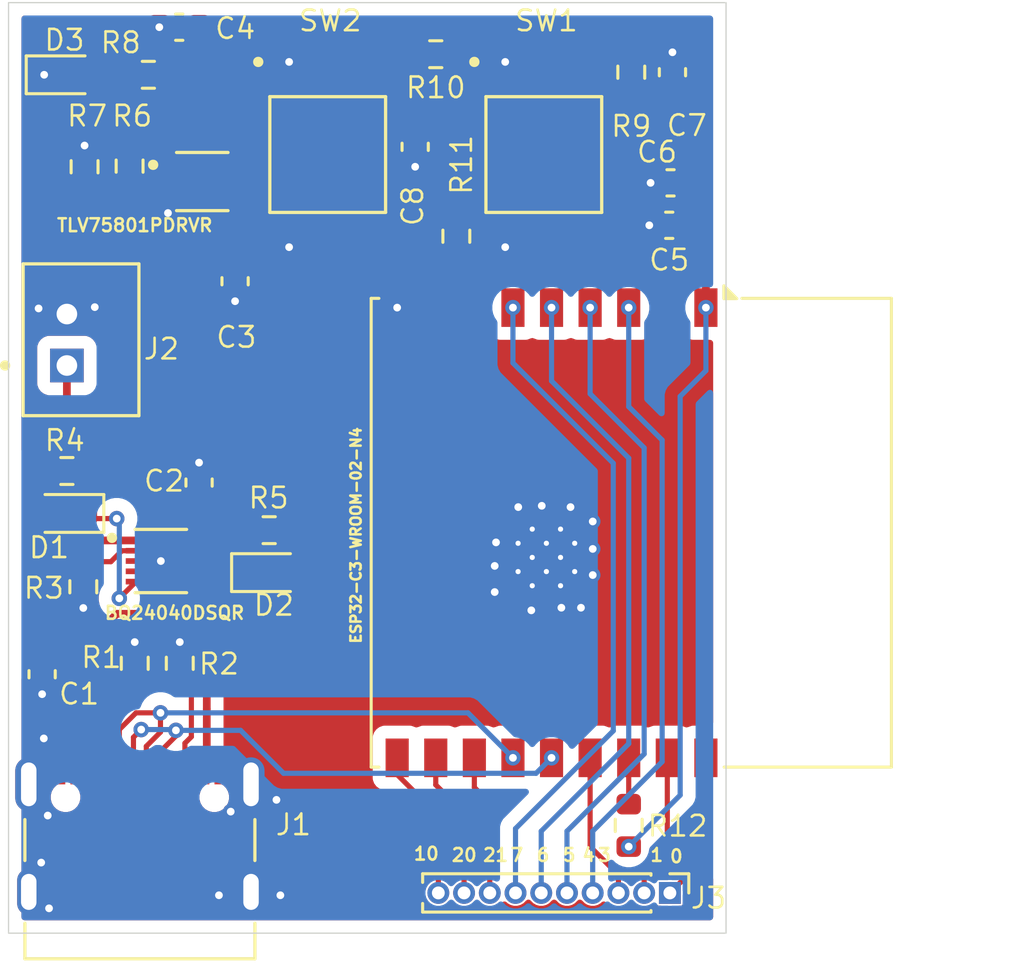
<source format=kicad_pcb>
(kicad_pcb (version 20241229) (generator "pcbnew") (generator_version "9.0")
  (layers (0 "F.Cu" signal) (2 "B.Cu" signal) (13 "F.Paste" user) (15 "B.Paste" user) (5 "F.SilkS" user "F.Silkscreen") (7 "B.SilkS" user "B.Silkscreen") (1 "F.Mask" user) (3 "B.Mask" user) (25 "Edge.Cuts" user))
  (net 0 "")
  (net 1 "GND")
  (net 2 "+5V")
  (net 3 "POWER")
  (net 4 "+3V3")
  (net 5 "Net-(U1-EN)")
  (net 6 "Net-(U1-IO9)")
  (net 7 "Net-(D1-A)")
  (net 8 "Net-(D1-K)")
  (net 9 "Net-(D2-K)")
  (net 10 "Net-(D2-A)")
  (net 11 "Net-(D3-A)")
  (net 13 "D-")
  (net 14 "D+")
  (net 15 "Net-(J1-CC1_A)")
  (net 17 "Net-(J1-CC1_B)")
  (net 18 "IO6")
  (net 19 "IO1")
  (net 20 "IO4")
  (net 21 "IO0")
  (net 22 "IO7")
  (net 23 "IO3")
  (net 24 "IO10")
  (net 25 "IO20")
  (net 26 "IO21")
  (net 27 "IO5")
  (net 28 "Net-(U2-ISET)")
  (net 29 "Net-(U3-FB)")
  (net 30 "Net-(U1-IO8)")
  (net 31 "Net-(U1-IO2)")
  (footprint "TLV75801PDRVR:SON65P200X200X80-7N" (layer "F.Cu") (at 131.483 98.3952)
    (property "Reference" "U3" (hide yes))
    (property "Value" "TLV75801PDRVR" (at -2.625 1.7 0) (layer "F.SilkS") (effects (font (size 0.5 0.5) (thickness 0.1))))
    (pad "1" smd rect (at -1.025 -0.65) (size 0.66 0.32) (layers "F.Cu" "F.Mask" "F.Paste") (net 4 "+3V3"))
    (pad "2" smd rect (at -1.025 0) (size 0.66 0.32) (layers "F.Cu" "F.Mask" "F.Paste") (net 29 "Net-(U3-FB)"))
    (pad "3" smd rect (at -1.025 0.65) (size 0.66 0.32) (layers "F.Cu" "F.Mask" "F.Paste") (net 1 "GND"))
    (pad "4" smd rect (at 1.025 0.65) (size 0.66 0.32) (layers "F.Cu" "F.Mask" "F.Paste") (net 3 "POWER"))
    (pad "5" smd rect (at 1.025 0) (size 0.66 0.32) (layers "F.Cu" "F.Mask" "F.Paste"))
    (pad "6" smd rect (at 1.025 -0.65) (size 0.66 0.32) (layers "F.Cu" "F.Mask" "F.Paste") (net 3 "POWER"))
    (pad "7" smd rect (at 0 0) (size 1 1.6) (layers "F.Cu" "F.Mask"))
  )
  (footprint "Resistor_SMD:R_0603_1608Metric" (layer "F.Cu") (at 126.858 114.1452 -90)
    (property "Reference" "R3" (at 0.0532 1.5344 180) (layer "F.SilkS") (effects (font (size 0.8 0.8) (thickness 0.1))))
    (property "Value" "536" (hide yes))
    (pad "1" smd roundrect (at -0.825 0 270) (size 0.8 0.95) (layers "F.Cu" "F.Mask" "F.Paste") (net 28 "Net-(U2-ISET)"))
    (pad "2" smd roundrect (at 0.825 0 270) (size 0.8 0.95) (layers "F.Cu" "F.Mask" "F.Paste") (net 1 "GND"))
  )
  (footprint "Capacitor_SMD:C_0603_1608Metric" (layer "F.Cu") (at 149.683 98.4452 180)
    (property "Reference" "C6" (at 0.525 1.2 0) (layer "F.SilkS") (effects (font (size 0.8 0.8) (thickness 0.1))))
    (property "Value" "10uF" (hide yes))
    (pad "1" smd roundrect (at -0.775 0 180) (size 0.9 0.95) (layers "F.Cu" "F.Mask" "F.Paste") (net 4 "+3V3"))
    (pad "2" smd roundrect (at 0.775 0 180) (size 0.9 0.95) (layers "F.Cu" "F.Mask" "F.Paste") (net 1 "GND"))
  )
  (footprint "Resistor_SMD:R_0603_1608Metric" (layer "F.Cu") (at 126.2205 109.6452 180)
    (property "Reference" "R4" (at 0.0841 1.1872 0) (layer "F.SilkS") (effects (font (size 0.8 0.8) (thickness 0.1))))
    (property "Value" "150" (hide yes))
    (pad "1" smd roundrect (at -0.825 0 180) (size 0.8 0.95) (layers "F.Cu" "F.Mask" "F.Paste") (net 3 "POWER"))
    (pad "2" smd roundrect (at 0.825 0 180) (size 0.8 0.95) (layers "F.Cu" "F.Mask" "F.Paste") (net 7 "Net-(D1-A)"))
  )
  (footprint "Resistor_SMD:R_0603_1608Metric" (layer "F.Cu") (at 140.558 93.4452 180)
    (property "Reference" "R10" (at 0 -1.3 0) (layer "F.SilkS") (effects (font (size 0.8 0.8) (thickness 0.1))))
    (property "Value" "10k" (hide yes))
    (pad "1" smd roundrect (at -0.825 0 180) (size 0.8 0.95) (layers "F.Cu" "F.Mask" "F.Paste") (net 4 "+3V3"))
    (pad "2" smd roundrect (at 0.825 0 180) (size 0.8 0.95) (layers "F.Cu" "F.Mask" "F.Paste") (net 6 "Net-(U1-IO9)"))
  )
  (footprint "Capacitor_SMD:C_0603_1608Metric" (layer "F.Cu") (at 131.358 110.0952 90)
    (property "Reference" "C2" (at 0.0624 -1.3608 0) (layer "F.SilkS") (effects (font (size 0.8 0.8) (thickness 0.1))))
    (property "Value" "1uF" (hide yes))
    (pad "1" smd roundrect (at -0.775 0 90) (size 0.9 0.95) (layers "F.Cu" "F.Mask" "F.Paste") (net 3 "POWER"))
    (pad "2" smd roundrect (at 0.775 0 90) (size 0.9 0.95) (layers "F.Cu" "F.Mask" "F.Paste") (net 1 "GND"))
  )
  (footprint "Resistor_SMD:R_0603_1608Metric" (layer "F.Cu") (at 134.083 111.9452)
    (property "Reference" "R5" (at -0.0218 -1.252 0) (layer "F.SilkS") (effects (font (size 0.8 0.8) (thickness 0.1))))
    (property "Value" "150" (hide yes))
    (pad "1" smd roundrect (at -0.825 0) (size 0.8 0.95) (layers "F.Cu" "F.Mask" "F.Paste") (net 3 "POWER"))
    (pad "2" smd roundrect (at 0.825 0) (size 0.8 0.95) (layers "F.Cu" "F.Mask" "F.Paste") (net 10 "Net-(D2-A)"))
  )
  (footprint "Capacitor_SMD:C_0603_1608Metric" (layer "F.Cu") (at 132.758 102.2702 -90)
    (property "Reference" "C3" (at 2.175 -0.05 180) (layer "F.SilkS") (effects (font (size 0.8 0.8) (thickness 0.1))))
    (property "Value" "1uF" (hide yes))
    (pad "1" smd roundrect (at -0.775 0 270) (size 0.9 0.95) (layers "F.Cu" "F.Mask" "F.Paste") (net 3 "POWER"))
    (pad "2" smd roundrect (at 0.775 0 270) (size 0.9 0.95) (layers "F.Cu" "F.Mask" "F.Paste") (net 1 "GND"))
  )
  (footprint "Resistor_SMD:R_0603_1608Metric" (layer "F.Cu") (at 141.358 100.5202 -90)
    (property "Reference" "R11" (at -2.775 -0.2 90) (layer "F.SilkS") (effects (font (size 0.8 0.8) (thickness 0.1))))
    (property "Value" "10k" (hide yes))
    (pad "1" smd roundrect (at -0.825 0 270) (size 0.8 0.95) (layers "F.Cu" "F.Mask" "F.Paste") (net 4 "+3V3"))
    (pad "2" smd roundrect (at 0.825 0 270) (size 0.8 0.95) (layers "F.Cu" "F.Mask" "F.Paste") (net 30 "Net-(U1-IO8)"))
  )
  (footprint "Capacitor_SMD:C_0603_1608Metric" (layer "F.Cu") (at 139.758 97.0452 -90)
    (property "Reference" "C8" (at 2.3 0.1 90) (layer "F.SilkS") (effects (font (size 0.8 0.8) (thickness 0.1))))
    (property "Value" "1uF" (hide yes))
    (pad "1" smd roundrect (at -0.775 0 270) (size 0.9 0.95) (layers "F.Cu" "F.Mask" "F.Paste") (net 6 "Net-(U1-IO9)"))
    (pad "2" smd roundrect (at 0.775 0 270) (size 0.9 0.95) (layers "F.Cu" "F.Mask" "F.Paste") (net 1 "GND"))
  )
  (footprint "Capacitor_SMD:C_0603_1608Metric" (layer "F.Cu") (at 130.5876 92.3952 180)
    (property "Reference" "C4" (at -2.175 -0.05 0) (layer "F.SilkS") (effects (font (size 0.8 0.8) (thickness 0.1))))
    (property "Value" "1uF" (hide yes))
    (pad "1" smd roundrect (at -0.775 0 180) (size 0.9 0.95) (layers "F.Cu" "F.Mask" "F.Paste") (net 4 "+3V3"))
    (pad "2" smd roundrect (at 0.775 0 180) (size 0.9 0.95) (layers "F.Cu" "F.Mask" "F.Paste") (net 1 "GND"))
  )
  (footprint "B2B-PH-K-S:JST_B2B-PH-K-S" (layer "F.Cu") (at 126.7705 104.5452 -90)
    (property "Reference" "J2" (at 0.3568 -3.1251 180) (layer "F.SilkS") (effects (font (size 0.8 0.8) (thickness 0.1))))
    (property "Value" "B2B-PH-K-S(LF)(SN)" (hide yes))
    (pad "1" thru_hole rect (at 1 0.55 270) (size 1.308 1.308) (drill 0.8) (layers "*.Cu" "*.Mask") (net 3 "POWER"))
    (pad "2" thru_hole circle (at -1 0.55 270) (size 1.308 1.308) (drill 0.8) (layers "*.Cu" "*.Mask") (net 1 "GND"))
  )
  (footprint "Resistor_SMD:R_0603_1608Metric" (layer "F.Cu") (at 126.908 97.8202 90)
    (property "Reference" "R7" (at 1.975 0.1 180) (layer "F.SilkS") (effects (font (size 0.8 0.8) (thickness 0.1))))
    (property "Value" "49.9k" (hide yes))
    (pad "1" smd roundrect (at -0.825 0 90) (size 0.8 0.95) (layers "F.Cu" "F.Mask" "F.Paste") (net 29 "Net-(U3-FB)"))
    (pad "2" smd roundrect (at 0.825 0 90) (size 0.8 0.95) (layers "F.Cu" "F.Mask" "F.Paste") (net 1 "GND"))
  )
  (footprint "12402012E212A:AMPHENOL_12402012E212A" (layer "F.Cu") (at 129.058 126.0052)
    (property "Reference" "J1" (at 5.9684 -2.612 0) (layer "F.SilkS") (effects (font (size 0.8 0.8) (thickness 0.1))))
    (property "Value" "12402012E212A" (hide yes))
    (pad "" np_thru_hole circle (at -2.89 -3.68) (size 0.65 0.65) (drill 0.65) (layers "*.Cu" "*.Mask"))
    (pad "" np_thru_hole circle (at 2.89 -3.68) (size 0.65 0.65) (drill 0.65) (layers "*.Cu" "*.Mask"))
    (pad "A1_B12" smd rect (at -3.2 -4.75) (size 0.6 1.14) (layers "F.Cu" "F.Mask" "F.Paste") (net 1 "GND"))
    (pad "A4_B9" smd rect (at -2.4 -4.75) (size 0.6 1.14) (layers "F.Cu" "F.Mask" "F.Paste") (net 2 "+5V"))
    (pad "A5" smd rect (at -1.25 -4.75) (size 0.3 1.14) (layers "F.Cu" "F.Mask" "F.Paste") (net 15 "Net-(J1-CC1_A)"))
    (pad "A6" smd rect (at -0.25 -4.75) (size 0.3 1.14) (layers "F.Cu" "F.Mask" "F.Paste") (net 14 "D+"))
    (pad "A7" smd rect (at 0.25 -4.75) (size 0.3 1.14) (layers "F.Cu" "F.Mask" "F.Paste") (net 13 "D-"))
    (pad "A8" smd rect (at 1.25 -4.75) (size 0.3 1.14) (layers "F.Cu" "F.Mask" "F.Paste"))
    (pad "B1_A12" smd rect (at 3.2 -4.75) (size 0.6 1.14) (layers "F.Cu" "F.Mask" "F.Paste") (net 1 "GND"))
    (pad "B4_A9" smd rect (at 2.4 -4.75) (size 0.6 1.14) (layers "F.Cu" "F.Mask" "F.Paste") (net 2 "+5V"))
    (pad "B5" smd rect (at 1.75 -4.75) (size 0.3 1.14) (layers "F.Cu" "F.Mask" "F.Paste") (net 17 "Net-(J1-CC1_B)"))
    (pad "B6" smd rect (at 0.75 -4.75) (size 0.3 1.14) (layers "F.Cu" "F.Mask" "F.Paste") (net 14 "D+"))
    (pad "B7" smd rect (at -0.75 -4.75) (size 0.3 1.14) (layers "F.Cu" "F.Mask" "F.Paste") (net 13 "D-"))
    (pad "B8" smd rect (at -1.75 -4.75) (size 0.3 1.14) (layers "F.Cu" "F.Mask" "F.Paste"))
    (pad "SH1" thru_hole oval (at -4.32 -4.18) (size 1.05 2.1) (drill oval 0.6 1.7) (layers "*.Cu" "*.Mask") (net 1 "GND"))
    (pad "SH2" thru_hole oval (at 4.32 -4.18) (size 1.05 2.1) (drill oval 0.6 1.7) (layers "*.Cu" "*.Mask") (net 1 "GND"))
    (pad "SH3" thru_hole oval (at -4.32 0) (size 0.9 1.8) (drill oval 0.6 1.4) (layers "*.Cu" "*.Mask") (net 1 "GND"))
    (pad "SH4" thru_hole oval (at 4.32 0) (size 0.9 1.8) (drill oval 0.6 1.4) (layers "*.Cu" "*.Mask") (net 1 "GND"))
  )
  (footprint "RF_Module:ESP32-C3-WROOM-02" (layer "F.Cu") (at 145.058 112.0452 -90)
    (property "Reference" "U1" (hide yes))
    (property "Value" "ESP32-C3-WROOM-02-N4" (at 0.1 7.6 90) (layer "F.SilkS") (effects (font (size 0.4 0.4) (thickness 0.1) (bold yes))))
    (pad "1" smd rect (at -8.75 -6 270) (size 1.5 0.9) (layers "F.Cu" "F.Mask" "F.Paste") (net 4 "+3V3"))
    (pad "2" smd rect (at -8.75 -4.5 270) (size 1.5 0.9) (layers "F.Cu" "F.Mask" "F.Paste") (net 5 "Net-(U1-EN)"))
    (pad "3" smd rect (at -8.75 -3 270) (size 1.5 0.9) (layers "F.Cu" "F.Mask" "F.Paste") (net 20 "IO4"))
    (pad "4" smd rect (at -8.75 -1.5 270) (size 1.5 0.9) (layers "F.Cu" "F.Mask" "F.Paste") (net 27 "IO5"))
    (pad "5" smd rect (at -8.75 0 270) (size 1.5 0.9) (layers "F.Cu" "F.Mask" "F.Paste") (net 18 "IO6"))
    (pad "6" smd rect (at -8.75 1.5 270) (size 1.5 0.9) (layers "F.Cu" "F.Mask" "F.Paste") (net 22 "IO7"))
    (pad "7" smd rect (at -8.75 3 270) (size 1.5 0.9) (layers "F.Cu" "F.Mask" "F.Paste") (net 30 "Net-(U1-IO8)"))
    (pad "8" smd rect (at -8.75 4.5 270) (size 1.5 0.9) (layers "F.Cu" "F.Mask" "F.Paste") (net 6 "Net-(U1-IO9)"))
    (pad "9" smd rect (at -8.75 6 270) (size 1.5 0.9) (layers "F.Cu" "F.Mask" "F.Paste") (net 1 "GND"))
    (pad "10" smd rect (at 8.75 6 270) (size 1.5 0.9) (layers "F.Cu" "F.Mask" "F.Paste") (net 24 "IO10"))
    (pad "11" smd rect (at 8.75 4.5 270) (size 1.5 0.9) (layers "F.Cu" "F.Mask" "F.Paste") (net 25 "IO20"))
    (pad "12" smd rect (at 8.75 3 270) (size 1.5 0.9) (layers "F.Cu" "F.Mask" "F.Paste") (net 26 "IO21"))
    (pad "13" smd rect (at 8.75 1.5 270) (size 1.5 0.9) (layers "F.Cu" "F.Mask" "F.Paste") (net 13 "D-"))
    (pad "14" smd rect (at 8.75 0 270) (size 1.5 0.9) (layers "F.Cu" "F.Mask" "F.Paste") (net 14 "D+"))
    (pad "15" smd rect (at 8.75 -1.5 270) (size 1.5 0.9) (layers "F.Cu" "F.Mask" "F.Paste") (net 23 "IO3"))
    (pad "16" smd rect (at 8.75 -3 270) (size 1.5 0.9) (layers "F.Cu" "F.Mask" "F.Paste") (net 31 "Net-(U1-IO2)"))
    (pad "17" smd rect (at 8.75 -4.5 270) (size 1.5 0.9) (layers "F.Cu" "F.Mask" "F.Paste") (net 19 "IO1"))
    (pad "18" smd rect (at 8.75 -6 270) (size 1.5 0.9) (layers "F.Cu" "F.Mask" "F.Paste") (net 21 "IO0"))
    (pad "19" thru_hole circle (at -0.14 -0.35 270) (size 0.6 0.6) (drill 0.2) (property pad_prop_heatsink) (layers "*.Cu" "F.Mask") (net 1 "GND"))
    (pad "19" thru_hole circle (at -0.14 0.75 270) (size 0.6 0.6) (drill 0.2) (property pad_prop_heatsink) (layers "*.Cu" "F.Mask") (net 1 "GND"))
    (pad "19" thru_hole circle (at 0.41 -0.9 270) (size 0.6 0.6) (drill 0.2) (property pad_prop_heatsink) (layers "*.Cu" "F.Mask") (net 1 "GND"))
    (pad "19" thru_hole circle (at 0.41 0.2 270) (size 0.6 0.6) (drill 0.2) (property pad_prop_heatsink) (layers "*.Cu" "F.Mask") (net 1 "GND"))
    (pad "19" thru_hole circle (at 0.41 1.3 270) (size 0.6 0.6) (drill 0.2) (property pad_prop_heatsink) (layers "*.Cu" "F.Mask") (net 1 "GND"))
    (pad "19" thru_hole circle (at 0.96 -0.35 270) (size 0.6 0.6) (drill 0.2) (property pad_prop_heatsink) (layers "*.Cu" "F.Mask") (net 1 "GND"))
    (pad "19" smd rect (at 0.96 0.2 270) (size 2.9 2.9) (property pad_prop_heatsink) (layers "F.Cu" "F.Mask") (net 1 "GND"))
    (pad "19" thru_hole circle (at 0.96 0.75 270) (size 0.6 0.6) (drill 0.2) (property pad_prop_heatsink) (layers "*.Cu" "F.Mask") (net 1 "GND"))
    (pad "19" thru_hole circle (at 1.51 -0.9 270) (size 0.6 0.6) (drill 0.2) (property pad_prop_heatsink) (layers "*.Cu" "F.Mask") (net 1 "GND"))
    (pad "19" thru_hole circle (at 1.51 0.2 270) (size 0.6 0.6) (drill 0.2) (property pad_prop_heatsink) (layers "*.Cu" "F.Mask") (net 1 "GND"))
    (pad "19" thru_hole circle (at 1.51 1.3 270) (size 0.6 0.6) (drill 0.2) (property pad_prop_heatsink) (layers "*.Cu" "F.Mask") (net 1 "GND"))
    (pad "19" thru_hole circle (at 2.06 -0.35 270) (size 0.6 0.6) (drill 0.2) (property pad_prop_heatsink) (layers "*.Cu" "F.Mask") (net 1 "GND"))
    (pad "19" thru_hole circle (at 2.06 0.75 270) (size 0.6 0.6) (drill 0.2) (property pad_prop_heatsink) (layers "*.Cu" "F.Mask") (net 1 "GND"))
    (zone (net 0) (net_name "") (layers "F.Cu" "B.Cu") (connect_pads (clearance 0)) (min_thickness 0.254)
      (keepout (tracks not_allowed) (vias not_allowed) (pads not_allowed) (copperpour not_allowed) (footprints not_allowed))
      (fill (thermal_gap 0.508) (thermal_bridge_width 0.508))
      (polygon (pts (xy 152.158 98.0452) (xy 152.158 126.0452) (xy 163.158 126.0452) (xy 163.158 98.0452)))
    )
  )
  (footprint "Capacitor_SMD:C_0603_1608Metric" (layer "F.Cu") (at 149.758 94.1452 90)
    (property "Reference" "C7" (at -2.07 0.5592 180) (layer "F.SilkS") (effects (font (size 0.8 0.8) (thickness 0.1))))
    (property "Value" "1uF" (hide yes))
    (pad "1" smd roundrect (at -0.775 0 90) (size 0.9 0.95) (layers "F.Cu" "F.Mask" "F.Paste") (net 5 "Net-(U1-EN)"))
    (pad "2" smd roundrect (at 0.775 0 90) (size 0.9 0.95) (layers "F.Cu" "F.Mask" "F.Paste") (net 1 "GND"))
  )
  (footprint "BQ24040DSQR:SON40P200X200X80-11N" (layer "F.Cu") (at 129.873 113.1452)
    (property "Reference" "U2" (hide yes))
    (property "Value" "BQ24040DSQR" (at 0.5306 2.0184 0) (layer "F.SilkS") (effects (font (size 0.5 0.5) (thickness 0.1))))
    (pad "1" smd rect (at -0.985 -0.8) (size 0.76 0.22) (layers "F.Cu" "F.Mask" "F.Paste") (net 2 "+5V"))
    (pad "2" smd rect (at -0.985 -0.4) (size 0.76 0.22) (layers "F.Cu" "F.Mask" "F.Paste") (net 28 "Net-(U2-ISET)"))
    (pad "3" smd rect (at -0.985 0) (size 0.76 0.22) (layers "F.Cu" "F.Mask" "F.Paste"))
    (pad "4" smd rect (at -0.985 0.4) (size 0.76 0.22) (layers "F.Cu" "F.Mask" "F.Paste"))
    (pad "5" smd rect (at -0.985 0.8) (size 0.76 0.22) (layers "F.Cu" "F.Mask" "F.Paste") (net 8 "Net-(D1-K)"))
    (pad "6" smd rect (at 0.985 0.8) (size 0.76 0.22) (layers "F.Cu" "F.Mask" "F.Paste"))
    (pad "7" smd rect (at 0.985 0.4) (size 0.76 0.22) (layers "F.Cu" "F.Mask" "F.Paste") (net 2 "+5V"))
    (pad "8" smd rect (at 0.985 0) (size 0.76 0.22) (layers "F.Cu" "F.Mask" "F.Paste") (net 9 "Net-(D2-K)"))
    (pad "9" smd rect (at 0.985 -0.4) (size 0.76 0.22) (layers "F.Cu" "F.Mask" "F.Paste"))
    (pad "10" smd rect (at 0.985 -0.8) (size 0.76 0.22) (layers "F.Cu" "F.Mask" "F.Paste") (net 3 "POWER"))
    (pad "11" smd rect (at 0 0) (size 0.9 1.5) (layers "F.Cu" "F.Mask") (net 1 "GND"))
  )
  (footprint "Resistor_SMD:R_0603_1608Metric" (layer "F.Cu") (at 128.658 97.7952 -90)
    (property "Reference" "R6" (at -1.95 -0.1 180) (layer "F.SilkS") (effects (font (size 0.8 0.8) (thickness 0.1))))
    (property "Value" "10k" (hide yes))
    (pad "1" smd roundrect (at -0.825 0 270) (size 0.8 0.95) (layers "F.Cu" "F.Mask" "F.Paste") (net 4 "+3V3"))
    (pad "2" smd roundrect (at 0.825 0 270) (size 0.8 0.95) (layers "F.Cu" "F.Mask" "F.Paste") (net 29 "Net-(U3-FB)"))
  )
  (footprint "Capacitor_SMD:C_0603_1608Metric" (layer "F.Cu") (at 125.258 117.5452 -90)
    (property "Reference" "C1" (at 0.768 -1.4372 180) (layer "F.SilkS") (effects (font (size 0.8 0.8) (thickness 0.1))))
    (property "Value" "1uF" (hide yes))
    (pad "1" smd roundrect (at -0.775 0 270) (size 0.9 0.95) (layers "F.Cu" "F.Mask" "F.Paste") (net 2 "+5V"))
    (pad "2" smd roundrect (at 0.775 0 270) (size 0.9 0.95) (layers "F.Cu" "F.Mask" "F.Paste") (net 1 "GND"))
  )
  (footprint "LED_SMD:LED_0603_1608Metric" (layer "F.Cu") (at 134.108 113.5952)
    (property "Reference" "D2" (at 0.1564 1.2636 0) (layer "F.SilkS") (effects (font (size 0.8 0.8) (thickness 0.1))))
    (property "Value" "RED" (hide yes))
    (pad "1" smd roundrect (at -0.7875 0) (size 0.875 0.95) (layers "F.Cu" "F.Mask" "F.Paste") (net 9 "Net-(D2-K)"))
    (pad "2" smd roundrect (at 0.7875 0) (size 0.875 0.95) (layers "F.Cu" "F.Mask" "F.Paste") (net 10 "Net-(D2-A)"))
  )
  (footprint "Resistor_SMD:R_0603_1608Metric" (layer "F.Cu") (at 148.158 94.1452 -90)
    (property "Reference" "R9" (at 2.1 0 180) (layer "F.SilkS") (effects (font (size 0.8 0.8) (thickness 0.1))))
    (property "Value" "10k" (hide yes))
    (pad "1" smd roundrect (at -0.825 0 270) (size 0.8 0.95) (layers "F.Cu" "F.Mask" "F.Paste") (net 4 "+3V3"))
    (pad "2" smd roundrect (at 0.825 0 270) (size 0.8 0.95) (layers "F.Cu" "F.Mask" "F.Paste") (net 5 "Net-(U1-EN)"))
  )
  (footprint "Resistor_SMD:R_0603_1608Metric" (layer "F.Cu") (at 148.058 123.4202 -90)
    (property "Reference" "R12" (at 0.025 -1.9 180) (layer "F.SilkS") (effects (font (size 0.8 0.8) (thickness 0.1))))
    (property "Value" "10k" (hide yes))
    (pad "1" smd roundrect (at -0.825 0 270) (size 0.8 0.95) (layers "F.Cu" "F.Mask" "F.Paste") (net 31 "Net-(U1-IO2)"))
    (pad "2" smd roundrect (at 0.825 0 270) (size 0.8 0.95) (layers "F.Cu" "F.Mask" "F.Paste") (net 4 "+3V3"))
  )
  (footprint "LED_SMD:LED_0603_1608Metric" (layer "F.Cu") (at 126.1251 94.2452)
    (property "Reference" "D3" (at 0 -1.35 0) (layer "F.SilkS") (effects (font (size 0.8 0.8) (thickness 0.1))))
    (property "Value" "GREEN" (hide yes))
    (pad "1" smd roundrect (at -0.7875 0) (size 0.875 0.95) (layers "F.Cu" "F.Mask" "F.Paste") (net 1 "GND"))
    (pad "2" smd roundrect (at 0.7875 0) (size 0.875 0.95) (layers "F.Cu" "F.Mask" "F.Paste") (net 11 "Net-(D3-A)"))
  )
  (footprint "LED_SMD:LED_0603_1608Metric" (layer "F.Cu") (at 126.1705 111.2952 180)
    (property "Reference" "D1" (at 0.6437 -1.3284 0) (layer "F.SilkS") (effects (font (size 0.8 0.8) (thickness 0.1))))
    (property "Value" "GREEN" (hide yes))
    (pad "1" smd roundrect (at -0.7875 0 180) (size 0.875 0.95) (layers "F.Cu" "F.Mask" "F.Paste") (net 8 "Net-(D1-K)"))
    (pad "2" smd roundrect (at 0.7875 0 180) (size 0.875 0.95) (layers "F.Cu" "F.Mask" "F.Paste") (net 7 "Net-(D1-A)"))
  )
  (footprint "Resistor_SMD:R_0603_1608Metric" (layer "F.Cu") (at 130.608 117.1202 90)
    (property "Reference" "R2" (at -0.0246 1.5228 180) (layer "F.SilkS") (effects (font (size 0.8 0.8) (thickness 0.1))))
    (property "Value" "1k" (hide yes))
    (pad "1" smd roundrect (at -0.825 0 90) (size 0.8 0.95) (layers "F.Cu" "F.Mask" "F.Paste") (net 17 "Net-(J1-CC1_B)"))
    (pad "2" smd roundrect (at 0.825 0 90) (size 0.8 0.95) (layers "F.Cu" "F.Mask" "F.Paste") (net 1 "GND"))
  )
  (footprint "Resistor_SMD:R_0603_1608Metric" (layer "F.Cu") (at 128.858 117.1202 -90)
    (property "Reference" "R1" (at -0.2294 1.2992 0) (layer "F.SilkS") (effects (font (size 0.8 0.8) (thickness 0.1))))
    (property "Value" "1k" (hide yes))
    (pad "1" smd roundrect (at -0.825 0 270) (size 0.8 0.95) (layers "F.Cu" "F.Mask" "F.Paste") (net 1 "GND"))
    (pad "2" smd roundrect (at 0.825 0 270) (size 0.8 0.95) (layers "F.Cu" "F.Mask" "F.Paste") (net 15 "Net-(J1-CC1_A)"))
  )
  (footprint "Resistor_SMD:R_0603_1608Metric" (layer "F.Cu") (at 129.3876 94.2452 180)
    (property "Reference" "R8" (at 1.075 1.25 0) (layer "F.SilkS") (effects (font (size 0.8 0.8) (thickness 0.1))))
    (property "Value" "150" (hide yes))
    (pad "1" smd roundrect (at -0.825 0 180) (size 0.8 0.95) (layers "F.Cu" "F.Mask" "F.Paste") (net 4 "+3V3"))
    (pad "2" smd roundrect (at 0.825 0 180) (size 0.8 0.95) (layers "F.Cu" "F.Mask" "F.Paste") (net 11 "Net-(D3-A)"))
  )
  (footprint "TL3305AF260QG:SW_TL3305AF260QG" (layer "F.Cu") (at 144.758 97.3452)
    (property "Reference" "SW1" (at 0.1 -5.2 0) (layer "F.SilkS") (effects (font (size 0.8 0.8) (thickness 0.1))))
    (property "Value" "TL3305AF260QG" (hide yes))
    (pad "1" smd rect (at -1.5 -3.6) (size 1.4 1.6) (layers "F.Cu" "F.Mask" "F.Paste") (net 1 "GND"))
    (pad "2" smd rect (at -1.5 3.6) (size 1.4 1.6) (layers "F.Cu" "F.Mask" "F.Paste") (net 1 "GND"))
    (pad "3" smd rect (at 1.5 -3.6) (size 1.4 1.6) (layers "F.Cu" "F.Mask" "F.Paste") (net 5 "Net-(U1-EN)"))
    (pad "4" smd rect (at 1.5 3.6) (size 1.4 1.6) (layers "F.Cu" "F.Mask" "F.Paste") (net 5 "Net-(U1-EN)"))
  )
  (footprint "Connector_PinHeader_1.00mm:PinHeader_1x10_P1.00mm_Vertical" (layer "F.Cu") (at 149.658 126.0452 -90)
    (property "Reference" "J3" (at 0.2 -1.5 0) (layer "F.SilkS") (effects (font (size 0.8 0.8) (thickness 0.1))))
    (property "Value" "Conn_01x10_Pin" (hide yes))
    (pad "1" thru_hole rect (at 0 0 270) (size 0.85 0.85) (drill 0.5) (layers "*.Cu" "*.Mask") (net 21 "IO0"))
    (pad "2" thru_hole circle (at 0 1 270) (size 0.85 0.85) (drill 0.5) (layers "*.Cu" "*.Mask") (net 19 "IO1"))
    (pad "3" thru_hole circle (at 0 2 270) (size 0.85 0.85) (drill 0.5) (layers "*.Cu" "*.Mask") (net 23 "IO3"))
    (pad "4" thru_hole circle (at 0 3 270) (size 0.85 0.85) (drill 0.5) (layers "*.Cu" "*.Mask") (net 20 "IO4"))
    (pad "5" thru_hole circle (at 0 4 270) (size 0.85 0.85) (drill 0.5) (layers "*.Cu" "*.Mask") (net 27 "IO5"))
    (pad "6" thru_hole circle (at 0 5 270) (size 0.85 0.85) (drill 0.5) (layers "*.Cu" "*.Mask") (net 18 "IO6"))
    (pad "7" thru_hole circle (at 0 6 270) (size 0.85 0.85) (drill 0.5) (layers "*.Cu" "*.Mask") (net 22 "IO7"))
    (pad "8" thru_hole circle (at 0 7 270) (size 0.85 0.85) (drill 0.5) (layers "*.Cu" "*.Mask") (net 26 "IO21"))
    (pad "9" thru_hole circle (at 0 8 270) (size 0.85 0.85) (drill 0.5) (layers "*.Cu" "*.Mask") (net 25 "IO20"))
    (pad "10" thru_hole circle (at 0 9 270) (size 0.85 0.85) (drill 0.5) (layers "*.Cu" "*.Mask") (net 24 "IO10"))
  )
  (footprint "Capacitor_SMD:C_0603_1608Metric" (layer "F.Cu") (at 149.633 100.0952 180)
    (property "Reference" "C5" (at 0 -1.35 0) (layer "F.SilkS") (effects (font (size 0.8 0.8) (thickness 0.1))))
    (property "Value" "100nF" (hide yes))
    (pad "1" smd roundrect (at -0.775 0 180) (size 0.9 0.95) (layers "F.Cu" "F.Mask" "F.Paste") (net 4 "+3V3"))
    (pad "2" smd roundrect (at 0.775 0 180) (size 0.9 0.95) (layers "F.Cu" "F.Mask" "F.Paste") (net 1 "GND"))
  )
  (footprint "TL3305AF260QG:SW_TL3305AF260QG" (layer "F.Cu") (at 136.358 97.3452)
    (property "Reference" "SW2" (at 0.1 -5.2 0) (layer "F.SilkS") (effects (font (size 0.8 0.8) (thickness 0.1))))
    (property "Value" "TL3305AF260QG" (hide yes))
    (pad "1" smd rect (at -1.5 -3.6) (size 1.4 1.6) (layers "F.Cu" "F.Mask" "F.Paste") (net 1 "GND"))
    (pad "2" smd rect (at -1.5 3.6) (size 1.4 1.6) (layers "F.Cu" "F.Mask" "F.Paste") (net 1 "GND"))
    (pad "3" smd rect (at 1.5 -3.6) (size 1.4 1.6) (layers "F.Cu" "F.Mask" "F.Paste") (net 6 "Net-(U1-IO9)"))
    (pad "4" smd rect (at 1.5 3.6) (size 1.4 1.6) (layers "F.Cu" "F.Mask" "F.Paste") (net 6 "Net-(U1-IO9)"))
  )
  (gr_rect (start 123.952 91.44) (end 151.8412 127.6096) (stroke (width 0.05)) (fill no) (layer "Edge.Cuts"))
  (gr_text "20" (at 141.1224 124.8664 0) (layer "F.SilkS") (effects (font (size 0.5 0.5) (thickness 0.1)) (justify left bottom)))
  (gr_text "4" (at 146.2024 124.8664 0) (layer "F.SilkS") (effects (font (size 0.5 0.5) (thickness 0.1)) (justify left bottom)))
  (gr_text "7" (at 143.4084 124.8664 0) (layer "F.SilkS") (effects (font (size 0.5 0.5) (thickness 0.1)) (justify left bottom)))
  (gr_text "21" (at 142.3416 124.8664 0) (layer "F.SilkS") (effects (font (size 0.5 0.5) (thickness 0.1)) (justify left bottom)))
  (gr_text "10" (at 139.6492 124.8156 0) (layer "F.SilkS") (effects (font (size 0.5 0.5) (thickness 0.1)) (justify left bottom)))
  (gr_text "6" (at 144.4244 124.8664 0) (layer "F.SilkS") (effects (font (size 0.5 0.5) (thickness 0.1)) (justify left bottom)))
  (gr_text "3" (at 146.812 124.8664 0) (layer "F.SilkS") (effects (font (size 0.5 0.5) (thickness 0.1)) (justify left bottom)))
  (gr_text "1" (at 148.844 124.8664 0) (layer "F.SilkS") (effects (font (size 0.5 0.5) (thickness 0.1)) (justify left bottom)))
  (gr_text "5" (at 145.4404 124.8664 0) (layer "F.SilkS") (effects (font (size 0.5 0.5) (thickness 0.1)) (justify left bottom)))
  (gr_text "0" (at 149.606 124.9172 0) (layer "F.SilkS") (effects (font (size 0.5 0.5) (thickness 0.1)) (justify left bottom)))
  (via (at 148.908 98.4452) (size 0.6) (drill 0.3) (layers "F.Cu" "B.Cu") (net 1))
  (via (at 145.796 111.0488) (size 0.6) (drill 0.3) (layers "F.Cu" "B.Cu") (net 1))
  (via (at 143.258 100.9452) (size 0.6) (drill 0.3) (layers "F.Cu" "B.Cu") (net 1))
  (via (at 125.258 118.3202) (size 0.6) (drill 0.3) (layers "F.Cu" "B.Cu") (net 1))
  (via (at 126.908 96.9952) (size 0.6) (drill 0.3) (layers "F.Cu" "B.Cu") (net 1))
  (via (at 125.5268 126.6444) (size 0.6) (drill 0.3) (layers "F.Cu" "B.Cu") (net 1))
  (via (at 146.6596 113.6904) (size 0.6) (drill 0.3) (layers "F.Cu" "B.Cu") (net 1))
  (via (at 144.272 115.062) (size 0.6) (drill 0.3) (layers "F.Cu" "B.Cu") (net 1))
  (via (at 134.366 122.428) (size 0.6) (drill 0.3) (layers "F.Cu" "B.Cu") (net 1))
  (via (at 126.858 114.9702) (size 0.6) (drill 0.3) (layers "F.Cu" "B.Cu") (net 1))
  (via (at 143.764 111.0488) (size 0.6) (drill 0.3) (layers "F.Cu" "B.Cu") (net 1))
  (via (at 131.358 109.3202) (size 0.6) (drill 0.3) (layers "F.Cu" "B.Cu") (net 1))
  (via (at 134.5184 126.1364) (size 0.6) (drill 0.3) (layers "F.Cu" "B.Cu") (net 1))
  (via (at 139.758 97.8202) (size 0.6) (drill 0.3) (layers "F.Cu" "B.Cu") (net 1))
  (via (at 134.858 93.7452) (size 0.6) (drill 0.3) (layers "F.Cu" "B.Cu") (net 1))
  (via (at 125.222 124.8664) (size 0.6) (drill 0.3) (layers "F.Cu" "B.Cu") (net 1))
  (via (at 132.588 122.8852) (size 0.6) (drill 0.3) (layers "F.Cu" "B.Cu") (net 1))
  (via (at 125.3236 120.0404) (size 0.6) (drill 0.3) (layers "F.Cu" "B.Cu") (net 1))
  (via (at 125.476 123.0376) (size 0.6) (drill 0.3) (layers "F.Cu" "B.Cu") (net 1))
  (via (at 145.4404 114.9604) (size 0.6) (drill 0.3) (layers "F.Cu" "B.Cu") (net 1))
  (via (at 134.858 100.9452) (size 0.6) (drill 0.3) (layers "F.Cu" "B.Cu") (net 1))
  (via (at 142.8496 114.3508) (size 0.6) (drill 0.3) (layers "F.Cu" "B.Cu") (net 1))
  (via (at 129.873 113.1452) (size 0.6) (drill 0.3) (layers "F.Cu" "B.Cu") (net 1))
  (via (at 130.1496 99.6188) (size 0.6) (drill 0.3) (layers "F.Cu" "B.Cu") (net 1))
  (via (at 142.9004 112.4204) (size 0.6) (drill 0.3) (layers "F.Cu" "B.Cu") (net 1))
  (via (at 139.058 103.2952) (size 0.6) (drill 0.3) (layers "F.Cu" "B.Cu") (net 1))
  (via (at 132.758 103.0452) (size 0.6) (drill 0.3) (layers "F.Cu" "B.Cu") (net 1))
  (via (at 130.608 116.2952) (size 0.6) (drill 0.3) (layers "F.Cu" "B.Cu") (net 1))
  (via (at 146.6596 111.6076) (size 0.6) (drill 0.3) (layers "F.Cu" "B.Cu") (net 1))
  (via (at 128.858 116.2952) (size 0.6) (drill 0.3) (layers "F.Cu" "B.Cu") (net 1))
  (via (at 146.6596 112.6744) (size 0.6) (drill 0.3) (layers "F.Cu" "B.Cu") (net 1))
  (via (at 149.758 93.3702) (size 0.6) (drill 0.3) (layers "F.Cu" "B.Cu") (net 1))
  (via (at 132.1308 126.1364) (size 0.6) (drill 0.3) (layers "F.Cu" "B.Cu") (net 1))
  (via (at 129.8126 92.3952) (size 0.6) (drill 0.3) (layers "F.Cu" "B.Cu") (net 1))
  (via (at 146.2024 114.9604) (size 0.6) (drill 0.3) (layers "F.Cu" "B.Cu") (net 1))
  (via (at 125.1204 103.3272) (size 0.6) (drill 0.3) (layers "F.Cu" "B.Cu") (net 1))
  (via (at 142.8496 113.3348) (size 0.6) (drill 0.3) (layers "F.Cu" "B.Cu") (net 1))
  (via (at 125.3376 94.2452) (size 0.6) (drill 0.3) (layers "F.Cu" "B.Cu") (net 1))
  (via (at 127.3048 103.2764) (size 0.6) (drill 0.3) (layers "F.Cu" "B.Cu") (net 1))
  (via (at 143.258 93.7452) (size 0.6) (drill 0.3) (layers "F.Cu" "B.Cu") (net 1))
  (via (at 148.858 100.0952) (size 0.6) (drill 0.3) (layers "F.Cu" "B.Cu") (net 1))
  (via (at 144.6784 110.998) (size 0.6) (drill 0.3) (layers "F.Cu" "B.Cu") (net 1))
  (segment (start 131.658 118.8952) (end 131.658 115.6952) (width 0.3) (layer "F.Cu") (net 2))
  (segment (start 130.858 113.5452) (end 131.25 113.5452) (width 0.3) (layer "F.Cu") (net 2))
  (segment (start 126.733 116.6202) (end 125.608 115.4952) (width 0.3) (layer "F.Cu") (net 2))
  (segment (start 131.158 115.1952) (end 128.158 115.1952) (width 0.3) (layer "F.Cu") (net 2))
  (segment (start 128.158 115.1952) (end 126.733 116.6202) (width 0.3) (layer "F.Cu") (net 2))
  (segment (start 125.408 112.9952) (end 126.058 112.3452) (width 0.3) (layer "F.Cu") (net 2))
  (segment (start 125.433 115.3202) (end 125.258 115.4952) (width 0.3) (layer "F.Cu") (net 2))
  (segment (start 131.458 121.2552) (end 131.458 120.4852) (width 0.2) (layer "F.Cu") (net 2))
  (segment (start 131.658 113.9532) (end 131.658 115.6952) (width 0.3) (layer "F.Cu") (net 2))
  (segment (start 131.458 121.2552) (end 131.658 121.0552) (width 0.2) (layer "F.Cu") (net 2))
  (segment (start 125.408 115.2952) (end 125.408 112.9952) (width 0.3) (layer "F.Cu") (net 2))
  (segment (start 126.658 116.6952) (end 126.658 121.2552) (width 0.3) (layer "F.Cu") (net 2))
  (segment (start 125.608 115.4952) (end 125.433 115.3202) (width 0.3) (layer "F.Cu") (net 2))
  (segment (start 131.658 121.0552) (end 131.658 118.8952) (width 0.3) (layer "F.Cu") (net 2))
  (segment (start 131.658 115.6952) (end 131.158 115.1952) (width 0.3) (layer "F.Cu") (net 2))
  (segment (start 125.433 115.3202) (end 125.408 115.2952) (width 0.3) (layer "F.Cu") (net 2))
  (segment (start 126.733 116.6202) (end 126.658 116.6952) (width 0.2) (layer "F.Cu") (net 2))
  (segment (start 125.258 115.4952) (end 125.258 116.7702) (width 0.3) (layer "F.Cu") (net 2))
  (segment (start 131.25 113.5452) (end 131.658 113.9532) (width 0.25) (layer "F.Cu") (net 2))
  (segment (start 126.058 112.3452) (end 128.888 112.3452) (width 0.3) (layer "F.Cu") (net 2))
  (segment (start 132.508 99.6952) (end 129.733 102.4702) (width 0.3) (layer "F.Cu") (net 3))
  (segment (start 130.858 112.3452) (end 128.183 109.6702) (width 0.3) (layer "F.Cu") (net 3))
  (segment (start 129.733 102.4702) (end 130.708 101.4952) (width 0.3) (layer "F.Cu") (net 3))
  (segment (start 130.858 112.3452) (end 132.858 112.3452) (width 0.2) (layer "F.Cu") (net 3))
  (segment (start 133.038 99.0452) (end 132.508 99.0452) (width 0.3) (layer "F.Cu") (net 3))
  (segment (start 130.858 111.3702) (end 131.358 110.8702) (width 0.2) (layer "F.Cu") (net 3))
  (segment (start 132.508 99.0452) (end 132.508 99.6952) (width 0.3) (layer "F.Cu") (net 3))
  (segment (start 130.708 101.4952) (end 132.758 101.4952) (width 0.2) (layer "F.Cu") (net 3))
  (segment (start 132.858 112.3452) (end 133.258 111.9452) (width 0.2) (layer "F.Cu") (net 3))
  (segment (start 128.183 109.6702) (end 128.158 109.6452) (width 0.2) (layer "F.Cu") (net 3))
  (segment (start 128.158 109.6452) (end 127.0455 109.6452) (width 0.2) (layer "F.Cu") (net 3))
  (segment (start 128.158 108.6952) (end 128.158 109.6452) (width 0.2) (layer "F.Cu") (net 3))
  (segment (start 128.183 104.0202) (end 128.183 109.6702) (width 0.3) (layer "F.Cu") (net 3))
  (segment (start 133.2992 98.0944) (end 133.2992 98.784) (width 0.3) (layer "F.Cu") (net 3))
  (segment (start 126.2205 105.5452) (end 126.2205 106.7577) (width 0.3) (layer "F.Cu") (net 3))
  (segment (start 133.2992 98.784) (end 133.038 99.0452) (width 0.3) (layer "F.Cu") (net 3))
  (segment (start 130.858 112.3452) (end 130.858 111.3702) (width 0.2) (layer "F.Cu") (net 3))
  (segment (start 132.508 97.7452) (end 132.95 97.7452) (width 0.3) (layer "F.Cu") (net 3))
  (segment (start 129.733 102.4702) (end 128.183 104.0202) (width 0.3) (layer "F.Cu") (net 3))
  (segment (start 132.95 97.7452) (end 133.2992 98.0944) (width 0.3) (layer "F.Cu") (net 3))
  (segment (start 126.2205 106.7577) (end 128.158 108.6952) (width 0.3) (layer "F.Cu") (net 3))
  (segment (start 141.383 92.8702) (end 141.383 93.4452) (width 0.2) (layer "F.Cu") (net 4))
  (segment (start 130.2126 93.5452) (end 131.3626 92.3952) (width 0.3) (layer "F.Cu") (net 4))
  (segment (start 148.158 92.6452) (end 148.158 93.3202) (width 0.2) (layer "F.Cu") (net 4))
  (segment (start 140.758 92.2452) (end 150.358 92.2452) (width 0.3) (layer "F.Cu") (net 4))
  (segment (start 133.658 92.2452) (end 140.758 92.2452) (width 0.3) (layer "F.Cu") (net 4))
  (segment (start 150.458 100.0452) (end 150.408 100.0952) (width 0.2) (layer "F.Cu") (net 4))
  (segment (start 147.758 92.2452) (end 148.158 92.6452) (width 0.2) (layer "F.Cu") (net 4))
  (segment (start 140.758 92.2452) (end 141.383 92.8702) (width 0.3) (layer "F.Cu") (net 4))
  (segment (start 141.383 99.6702) (end 141.358 99.6952) (width 0.2) (layer "F.Cu") (net 4))
  (segment (start 150.458 98.4452) (end 150.458 97.5452) (width 0.3) (layer "F.Cu") (net 4))
  (segment (start 150.408 101.1952) (end 151.058 101.8452) (width 0.3) (layer "F.Cu") (net 4))
  (segment (start 141.383 93.4452) (end 141.383 99.6702) (width 0.2) (layer "F.Cu") (net 4))
  (segment (start 133.508 92.3952) (end 133.658 92.2452) (width 0.3) (layer "F.Cu") (net 4))
  (segment (start 130.458 97.7452) (end 129.433 97.7452) (width 0.2) (layer "F.Cu") (net 4))
  (segment (start 129.433 97.7452) (end 128.658 96.9702) (width 0.2) (layer "F.Cu") (net 4))
  (segment (start 131.3626 92.3952) (end 133.508 92.3952) (width 0.3) (layer "F.Cu") (net 4))
  (segment (start 150.408 100.0952) (end 150.408 101.1952) (width 0.3) (layer "F.Cu") (net 4))
  (segment (start 151.058 92.9452) (end 150.358 92.2452) (width 0.3) (layer "F.Cu") (net 4))
  (segment (start 130.2126 94.2452) (end 130.2126 93.5452) (width 0.3) (layer "F.Cu") (net 4))
  (segment (start 150.458 98.4452) (end 150.458 100.0452) (width 0.3) (layer "F.Cu") (net 4))
  (segment (start 130.458 94.4906) (end 130.2126 94.2452) (width 0.3) (layer "F.Cu") (net 4))
  (segment (start 150.458 97.5452) (end 151.058 96.9452) (width 0.3) (layer "F.Cu") (net 4))
  (segment (start 130.458 97.7452) (end 130.458 94.4906) (width 0.3) (layer "F.Cu") (net 4))
  (segment (start 151.058 101.8452) (end 151.058 103.2952) (width 0.3) (layer "F.Cu") (net 4))
  (segment (start 151.058 96.9452) (end 151.058 92.9452) (width 0.3) (layer "F.Cu") (net 4))
  (via (at 151.058 103.2952) (size 0.6) (drill 0.3) (layers "F.Cu" "B.Cu") (net 4))
  (via (at 148.058 124.2452) (size 0.6) (drill 0.3) (layers "F.Cu" "B.Cu") (net 4))
  (segment (start 150.058 122.2452) (end 150.058 106.7452) (width 0.2) (layer "B.Cu") (net 4))
  (segment (start 150.058 106.7452) (end 151.058 105.7452) (width 0.2) (layer "B.Cu") (net 4))
  (segment (start 148.058 124.2452) (end 150.058 122.2452) (width 0.2) (layer "B.Cu") (net 4))
  (segment (start 151.058 105.7452) (end 151.058 103.2952) (width 0.2) (layer "B.Cu") (net 4))
  (segment (start 146.258 93.7452) (end 147.483 94.9702) (width 0.2) (layer "F.Cu") (net 5))
  (segment (start 146.258 96.8702) (end 148.158 94.9702) (width 0.2) (layer "F.Cu") (net 5))
  (segment (start 146.258 100.9452) (end 146.258 96.8702) (width 0.2) (layer "F.Cu") (net 5))
  (segment (start 147.958 100.9452) (end 149.558 102.5452) (width 0.2) (layer "F.Cu") (net 5))
  (segment (start 146.258 100.9452) (end 147.958 100.9452) (width 0.2) (layer "F.Cu") (net 5))
  (segment (start 149.558 102.5452) (end 149.558 103.2952) (width 0.2) (layer "F.Cu") (net 5))
  (segment (start 147.483 94.9702) (end 148.158 94.9702) (width 0.2) (layer "F.Cu") (net 5))
  (segment (start 149.708 94.9702) (end 149.758 94.9202) (width 0.2) (layer "F.Cu") (net 5))
  (segment (start 148.158 94.9702) (end 149.708 94.9702) (width 0.2) (layer "F.Cu") (net 5))
  (segment (start 138.958 100.9452) (end 140.558 102.5452) (width 0.2) (layer "F.Cu") (net 6))
  (segment (start 137.858 100.9452) (end 138.958 100.9452) (width 0.2) (layer "F.Cu") (net 6))
  (segment (start 139.758 96.2702) (end 139.033 96.2702) (width 0.2) (layer "F.Cu") (net 6))
  (segment (start 139.733 93.4452) (end 138.158 93.4452) (width 0.2) (layer "F.Cu") (net 6))
  (segment (start 139.733 96.2452) (end 139.758 96.2702) (width 0.2) (layer "F.Cu") (net 6))
  (segment (start 139.033 96.2702) (end 137.858 97.4452) (width 0.2) (layer "F.Cu") (net 6))
  (segment (start 137.858 97.4452) (end 137.858 100.9452) (width 0.2) (layer "F.Cu") (net 6))
  (segment (start 139.733 93.4452) (end 139.733 96.2452) (width 0.2) (layer "F.Cu") (net 6))
  (segment (start 140.558 102.5452) (end 140.558 103.2952) (width 0.2) (layer "F.Cu") (net 6))
  (segment (start 138.158 93.4452) (end 137.858 93.7452) (width 0.2) (layer "F.Cu") (net 6))
  (segment (start 125.383 109.6577) (end 125.3955 109.6452) (width 0.2) (layer "F.Cu") (net 7))
  (segment (start 125.383 111.2952) (end 125.383 109.6577) (width 0.2) (layer "F.Cu") (net 7))
  (segment (start 128.888 113.9452) (end 128.8409 113.9452) (width 0.2) (layer "F.Cu") (net 8))
  (segment (start 128.158 111.4952) (end 127.158 111.4952) (width 0.2) (layer "F.Cu") (net 8))
  (segment (start 128.888 113.9652) (end 128.258 114.5952) (width 0.2) (layer "F.Cu") (net 8))
  (segment (start 128.888 113.9452) (end 128.888 113.9652) (width 0.2) (layer "F.Cu") (net 8))
  (segment (start 127.158 111.4952) (end 126.958 111.2952) (width 0.2) (layer "F.Cu") (net 8))
  (via (at 128.158 111.4952) (size 0.6) (drill 0.3) (layers "F.Cu" "B.Cu") (net 8))
  (via (at 128.258 114.5952) (size 0.6) (drill 0.3) (layers "F.Cu" "B.Cu") (net 8))
  (segment (start 128.258 111.5952) (end 128.158 111.4952) (width 0.2) (layer "B.Cu") (net 8))
  (segment (start 128.258 114.5952) (end 128.258 111.5952) (width 0.2) (layer "B.Cu") (net 8))
  (segment (start 132.8705 113.1452) (end 130.858 113.1452) (width 0.2) (layer "F.Cu") (net 9))
  (segment (start 133.3205 113.5952) (end 132.8705 113.1452) (width 0.2) (layer "F.Cu") (net 9))
  (segment (start 134.908 111.9452) (end 134.908 113.5827) (width 0.2) (layer "F.Cu") (net 10))
  (segment (start 134.908 113.5827) (end 134.8955 113.5952) (width 0.2) (layer "F.Cu") (net 10))
  (segment (start 126.9126 94.2452) (end 128.5626 94.2452) (width 0.2) (layer "F.Cu") (net 11))
  (segment (start 129.858 119.795143) (end 129.858 119.0452) (width 0.2) (layer "F.Cu") (net 13))
  (segment (start 128.308 121.2552) (end 128.258 121.2052) (width 0.2) (layer "F.Cu") (net 13))
  (segment (start 129.308 121.2552) (end 129.308 120.345143) (width 0.2) (layer "F.Cu") (net 13))
  (segment (start 128.258 121.2052) (end 128.258 119.695257) (width 0.2) (layer "F.Cu") (net 13))
  (segment (start 128.258 119.695257) (end 128.908057 119.0452) (width 0.2) (layer "F.Cu") (net 13))
  (segment (start 128.908057 119.0452) (end 129.858 119.0452) (width 0.2) (layer "F.Cu") (net 13))
  (segment (start 129.308 120.345143) (end 129.858 119.795143) (width 0.2) (layer "F.Cu") (net 13))
  (via (at 143.558 120.7952) (size 0.6) (drill 0.3) (layers "F.Cu" "B.Cu") (net 13))
  (via (at 129.858 119.0452) (size 0.6) (drill 0.3) (layers "F.Cu" "B.Cu") (net 13))
  (segment (start 143.558 120.7952) (end 141.808 119.0452) (width 0.2) (layer "B.Cu") (net 13))
  (segment (start 141.808 119.0452) (end 129.858 119.0452) (width 0.2) (layer "B.Cu") (net 13))
  (segment (start 129.808 120.5952) (end 129.808 121.2552) (width 0.2) (layer "F.Cu") (net 14))
  (segment (start 130.458 119.726732) (end 130.458 119.9452) (width 0.2) (layer "F.Cu") (net 14))
  (segment (start 128.808 121.2552) (end 128.808 119.996614) (width 0.2) (layer "F.Cu") (net 14))
  (segment (start 128.808 119.996614) (end 129.108707 119.695907) (width 0.2) (layer "F.Cu") (net 14))
  (segment (start 130.458 119.9452) (end 129.808 120.5952) (width 0.2) (layer "F.Cu") (net 14))
  (via (at 145.058 120.7952) (size 0.6) (drill 0.3) (layers "F.Cu" "B.Cu") (net 14))
  (via (at 130.458 119.726732) (size 0.6) (drill 0.3) (layers "F.Cu" "B.Cu") (net 14))
  (via (at 129.108707 119.695907) (size 0.6) (drill 0.3) (layers "F.Cu" "B.Cu") (net 14))
  (segment (start 130.458 119.726732) (end 130.427175 119.695907) (width 0.2) (layer "B.Cu") (net 14))
  (segment (start 130.458 119.726732) (end 132.972432 119.726732) (width 0.2) (layer "B.Cu") (net 14))
  (segment (start 132.972432 119.726732) (end 134.6419 121.3962) (width 0.2) (layer "B.Cu") (net 14))
  (segment (start 134.6419 121.3962) (end 144.457 121.3962) (width 0.2) (layer "B.Cu") (net 14))
  (segment (start 144.457 121.3962) (end 145.058 120.7952) (width 0.2) (layer "B.Cu") (net 14))
  (segment (start 130.427175 119.695907) (end 129.108707 119.695907) (width 0.2) (layer "B.Cu") (net 14))
  (segment (start 127.808 118.9952) (end 128.858 117.9452) (width 0.2) (layer "F.Cu") (net 15))
  (segment (start 127.808 121.2552) (end 127.808 118.9952) (width 0.2) (layer "F.Cu") (net 15))
  (segment (start 130.808 121.2552) (end 130.808 120.226675) (width 0.2) (layer "F.Cu") (net 17))
  (segment (start 131.059 118.3962) (end 130.608 117.9452) (width 0.2) (layer "F.Cu") (net 17))
  (segment (start 131.059 119.975675) (end 131.059 118.3962) (width 0.2) (layer "F.Cu") (net 17))
  (segment (start 130.808 120.226675) (end 131.059 119.975675) (width 0.2) (layer "F.Cu") (net 17))
  (via (at 145.058 103.2952) (size 0.6) (drill 0.3) (layers "F.Cu" "B.Cu") (net 18))
  (segment (start 148.058 109.1452) (end 145.058 106.1452) (width 0.2) (layer "B.Cu") (net 18))
  (segment (start 145.058 106.1452) (end 145.058 103.2952) (width 0.2) (layer "B.Cu") (net 18))
  (segment (start 144.658 123.6452) (end 148.058 120.2452) (width 0.2) (layer "B.Cu") (net 18))
  (segment (start 144.658 126.0452) (end 144.658 123.6452) (width 0.2) (layer "B.Cu") (net 18))
  (segment (start 148.058 120.2452) (end 148.058 109.1452) (width 0.2) (layer "B.Cu") (net 18))
  (segment (start 148.658 125.44416) (end 149.558 124.54416) (width 0.2) (layer "F.Cu") (net 19))
  (segment (start 149.558 124.54416) (end 149.558 120.7952) (width 0.2) (layer "F.Cu") (net 19))
  (segment (start 148.658 126.0452) (end 148.658 125.44416) (width 0.2) (layer "F.Cu") (net 19))
  (via (at 148.058 103.2952) (size 0.6) (drill 0.3) (layers "F.Cu" "B.Cu") (net 20))
  (segment (start 149.358 108.4452) (end 148.058 107.1452) (width 0.2) (layer "B.Cu") (net 20))
  (segment (start 149.358 120.9452) (end 149.358 108.4452) (width 0.2) (layer "B.Cu") (net 20))
  (segment (start 146.658 123.6452) (end 149.358 120.9452) (width 0.2) (layer "B.Cu") (net 20))
  (segment (start 146.658 126.0452) (end 146.658 123.6452) (width 0.2) (layer "B.Cu") (net 20))
  (segment (start 148.058 107.1452) (end 148.058 103.2952) (width 0.2) (layer "B.Cu") (net 20))
  (segment (start 151.058 124.6452) (end 151.058 120.7952) (width 0.2) (layer "F.Cu") (net 21))
  (segment (start 149.658 126.0452) (end 151.058 124.6452) (width 0.2) (layer "F.Cu") (net 21))
  (via (at 143.558 103.2952) (size 0.6) (drill 0.3) (layers "F.Cu" "B.Cu") (net 22))
  (segment (start 143.658 126.0452) (end 143.658 123.5452) (width 0.2) (layer "B.Cu") (net 22))
  (segment (start 147.458 119.7452) (end 147.458 109.3452) (width 0.2) (layer "B.Cu") (net 22))
  (segment (start 147.458 109.3452) (end 143.558 105.4452) (width 0.2) (layer "B.Cu") (net 22))
  (segment (start 143.558 105.4452) (end 143.558 103.2952) (width 0.2) (layer "B.Cu") (net 22))
  (segment (start 143.658 123.5452) (end 147.458 119.7452) (width 0.2) (layer "B.Cu") (net 22))
  (segment (start 146.558 124.2452) (end 147.658 125.3452) (width 0.2) (layer "F.Cu") (net 23))
  (segment (start 147.658 125.3452) (end 147.658 126.0452) (width 0.2) (layer "F.Cu") (net 23))
  (segment (start 146.558 120.7952) (end 146.558 124.2452) (width 0.2) (layer "F.Cu") (net 23))
  (segment (start 140.658 126.0452) (end 140.658 123.0452) (width 0.2) (layer "F.Cu") (net 24))
  (segment (start 140.658 123.0452) (end 139.058 121.4452) (width 0.2) (layer "F.Cu") (net 24))
  (segment (start 139.058 121.4452) (end 139.058 120.7952) (width 0.2) (layer "F.Cu") (net 24))
  (segment (start 140.558 121.8452) (end 140.558 120.7952) (width 0.2) (layer "F.Cu") (net 25))
  (segment (start 141.658 126.0452) (end 141.658 122.9452) (width 0.2) (layer "F.Cu") (net 25))
  (segment (start 141.658 122.9452) (end 140.558 121.8452) (width 0.2) (layer "F.Cu") (net 25))
  (segment (start 142.658 126.0452) (end 142.658 122.5452) (width 0.2) (layer "F.Cu") (net 26))
  (segment (start 142.058 121.9452) (end 142.058 120.7952) (width 0.2) (layer "F.Cu") (net 26))
  (segment (start 142.658 122.5452) (end 142.058 121.9452) (width 0.2) (layer "F.Cu") (net 26))
  (via (at 146.558 103.2952) (size 0.6) (drill 0.3) (layers "F.Cu" "B.Cu") (net 27))
  (segment (start 146.558 106.6452) (end 146.558 103.2952) (width 0.2) (layer "B.Cu") (net 27))
  (segment (start 148.658 120.6452) (end 148.658 108.7452) (width 0.2) (layer "B.Cu") (net 27))
  (segment (start 145.658 123.6452) (end 148.658 120.6452) (width 0.2) (layer "B.Cu") (net 27))
  (segment (start 148.658 108.7452) (end 146.558 106.6452) (width 0.2) (layer "B.Cu") (net 27))
  (segment (start 145.658 126.0452) (end 145.658 123.6452) (width 0.2) (layer "B.Cu") (net 27))
  (segment (start 127.933 113.1702) (end 126.908 113.1702) (width 0.2) (layer "F.Cu") (net 28))
  (segment (start 128.888 112.7452) (end 128.358 112.7452) (width 0.2) (layer "F.Cu") (net 28))
  (segment (start 128.358 112.7452) (end 127.933 113.1702) (width 0.2) (layer "F.Cu") (net 28))
  (segment (start 128.883 98.3952) (end 128.658 98.6202) (width 0.2) (layer "F.Cu") (net 29))
  (segment (start 130.458 98.3952) (end 128.883 98.3952) (width 0.2) (layer "F.Cu") (net 29))
  (segment (start 128.658 98.6202) (end 126.933 98.6202) (width 0.2) (layer "F.Cu") (net 29))
  (segment (start 126.933 98.6202) (end 126.908 98.6452) (width 0.2) (layer "F.Cu") (net 29))
  (segment (start 142.058 102.6452) (end 142.058 103.2952) (width 0.2) (layer "F.Cu") (net 30))
  (segment (start 141.358 101.3452) (end 141.358 101.9452) (width 0.2) (layer "F.Cu") (net 30))
  (segment (start 141.358 101.9452) (end 142.058 102.6452) (width 0.2) (layer "F.Cu") (net 30))
  (segment (start 148.058 122.5952) (end 148.058 120.7952) (width 0.2) (layer "F.Cu") (net 31))
  (zone (net 1) (net_name "GND") (layers "F.Cu" "B.Cu") (connect_pads yes (clearance 0.5)) (min_thickness 0.25) (fill yes (thermal_gap 0.5) (thermal_bridge_width 0.5))
    (polygon (pts (xy 123.952 91.44) (xy 123.952 127.6096) (xy 151.8412 127.6096) (xy 152.158 91.3384)))
  )
)
</source>
